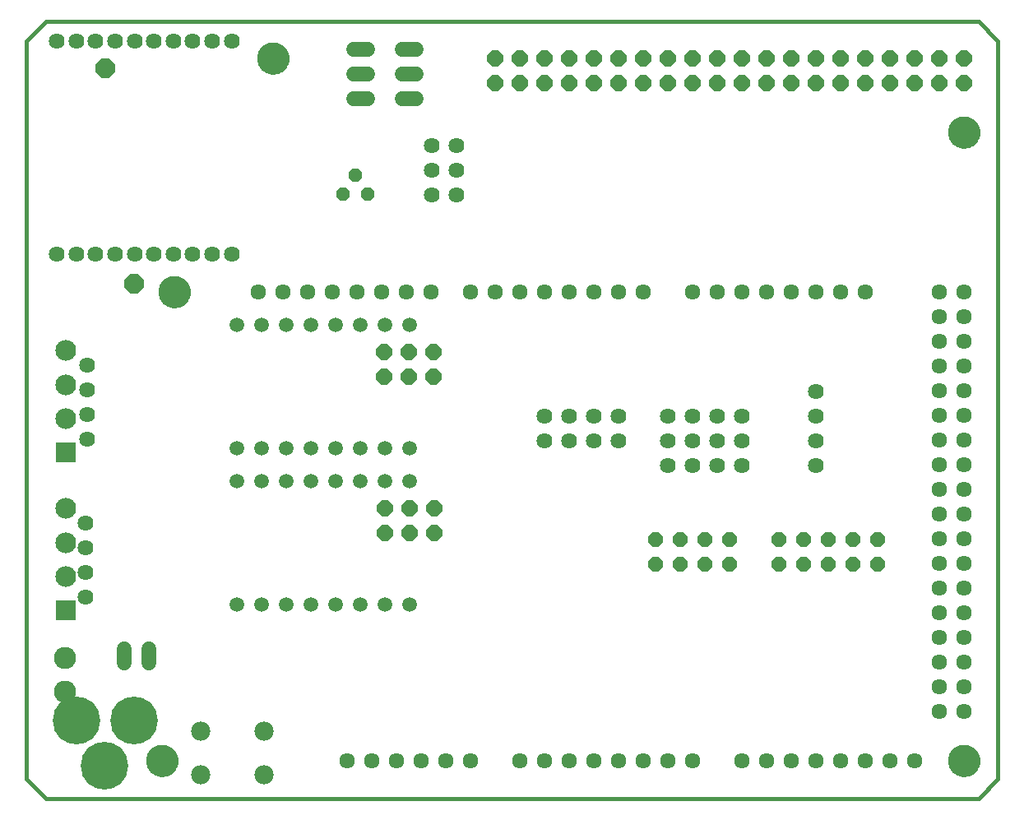
<source format=gbs>
G75*
G70*
%OFA0B0*%
%FSLAX24Y24*%
%IPPOS*%
%LPD*%
%AMOC8*
5,1,8,0,0,1.08239X$1,22.5*
%
%ADD10C,0.0160*%
%ADD11C,0.0000*%
%ADD12C,0.1300*%
%ADD13C,0.0640*%
%ADD14C,0.0634*%
%ADD15OC8,0.0640*%
%ADD16OC8,0.0600*%
%ADD17C,0.0594*%
%ADD18C,0.1930*%
%ADD19C,0.0600*%
%ADD20OC8,0.0560*%
%ADD21R,0.0840X0.0840*%
%ADD22C,0.0840*%
%ADD23C,0.0900*%
%ADD24C,0.0780*%
%ADD25OC8,0.0800*%
D10*
X001915Y001362D02*
X002702Y000574D01*
X040498Y000574D01*
X041285Y001362D01*
X041285Y031283D01*
X040498Y032071D01*
X002702Y032071D01*
X001915Y031283D01*
X001915Y001362D01*
D11*
X006785Y002106D02*
X006787Y002156D01*
X006793Y002206D01*
X006803Y002255D01*
X006817Y002303D01*
X006834Y002350D01*
X006855Y002395D01*
X006880Y002439D01*
X006908Y002480D01*
X006940Y002519D01*
X006974Y002556D01*
X007011Y002590D01*
X007051Y002620D01*
X007093Y002647D01*
X007137Y002671D01*
X007183Y002692D01*
X007230Y002708D01*
X007278Y002721D01*
X007328Y002730D01*
X007377Y002735D01*
X007428Y002736D01*
X007478Y002733D01*
X007527Y002726D01*
X007576Y002715D01*
X007624Y002700D01*
X007670Y002682D01*
X007715Y002660D01*
X007758Y002634D01*
X007799Y002605D01*
X007838Y002573D01*
X007874Y002538D01*
X007906Y002500D01*
X007936Y002460D01*
X007963Y002417D01*
X007986Y002373D01*
X008005Y002327D01*
X008021Y002279D01*
X008033Y002230D01*
X008041Y002181D01*
X008045Y002131D01*
X008045Y002081D01*
X008041Y002031D01*
X008033Y001982D01*
X008021Y001933D01*
X008005Y001885D01*
X007986Y001839D01*
X007963Y001795D01*
X007936Y001752D01*
X007906Y001712D01*
X007874Y001674D01*
X007838Y001639D01*
X007799Y001607D01*
X007758Y001578D01*
X007715Y001552D01*
X007670Y001530D01*
X007624Y001512D01*
X007576Y001497D01*
X007527Y001486D01*
X007478Y001479D01*
X007428Y001476D01*
X007377Y001477D01*
X007328Y001482D01*
X007278Y001491D01*
X007230Y001504D01*
X007183Y001520D01*
X007137Y001541D01*
X007093Y001565D01*
X007051Y001592D01*
X007011Y001622D01*
X006974Y001656D01*
X006940Y001693D01*
X006908Y001732D01*
X006880Y001773D01*
X006855Y001817D01*
X006834Y001862D01*
X006817Y001909D01*
X006803Y001957D01*
X006793Y002006D01*
X006787Y002056D01*
X006785Y002106D01*
X007285Y021106D02*
X007287Y021156D01*
X007293Y021206D01*
X007303Y021255D01*
X007317Y021303D01*
X007334Y021350D01*
X007355Y021395D01*
X007380Y021439D01*
X007408Y021480D01*
X007440Y021519D01*
X007474Y021556D01*
X007511Y021590D01*
X007551Y021620D01*
X007593Y021647D01*
X007637Y021671D01*
X007683Y021692D01*
X007730Y021708D01*
X007778Y021721D01*
X007828Y021730D01*
X007877Y021735D01*
X007928Y021736D01*
X007978Y021733D01*
X008027Y021726D01*
X008076Y021715D01*
X008124Y021700D01*
X008170Y021682D01*
X008215Y021660D01*
X008258Y021634D01*
X008299Y021605D01*
X008338Y021573D01*
X008374Y021538D01*
X008406Y021500D01*
X008436Y021460D01*
X008463Y021417D01*
X008486Y021373D01*
X008505Y021327D01*
X008521Y021279D01*
X008533Y021230D01*
X008541Y021181D01*
X008545Y021131D01*
X008545Y021081D01*
X008541Y021031D01*
X008533Y020982D01*
X008521Y020933D01*
X008505Y020885D01*
X008486Y020839D01*
X008463Y020795D01*
X008436Y020752D01*
X008406Y020712D01*
X008374Y020674D01*
X008338Y020639D01*
X008299Y020607D01*
X008258Y020578D01*
X008215Y020552D01*
X008170Y020530D01*
X008124Y020512D01*
X008076Y020497D01*
X008027Y020486D01*
X007978Y020479D01*
X007928Y020476D01*
X007877Y020477D01*
X007828Y020482D01*
X007778Y020491D01*
X007730Y020504D01*
X007683Y020520D01*
X007637Y020541D01*
X007593Y020565D01*
X007551Y020592D01*
X007511Y020622D01*
X007474Y020656D01*
X007440Y020693D01*
X007408Y020732D01*
X007380Y020773D01*
X007355Y020817D01*
X007334Y020862D01*
X007317Y020909D01*
X007303Y020957D01*
X007293Y021006D01*
X007287Y021056D01*
X007285Y021106D01*
X011285Y030574D02*
X011287Y030624D01*
X011293Y030674D01*
X011303Y030723D01*
X011317Y030771D01*
X011334Y030818D01*
X011355Y030863D01*
X011380Y030907D01*
X011408Y030948D01*
X011440Y030987D01*
X011474Y031024D01*
X011511Y031058D01*
X011551Y031088D01*
X011593Y031115D01*
X011637Y031139D01*
X011683Y031160D01*
X011730Y031176D01*
X011778Y031189D01*
X011828Y031198D01*
X011877Y031203D01*
X011928Y031204D01*
X011978Y031201D01*
X012027Y031194D01*
X012076Y031183D01*
X012124Y031168D01*
X012170Y031150D01*
X012215Y031128D01*
X012258Y031102D01*
X012299Y031073D01*
X012338Y031041D01*
X012374Y031006D01*
X012406Y030968D01*
X012436Y030928D01*
X012463Y030885D01*
X012486Y030841D01*
X012505Y030795D01*
X012521Y030747D01*
X012533Y030698D01*
X012541Y030649D01*
X012545Y030599D01*
X012545Y030549D01*
X012541Y030499D01*
X012533Y030450D01*
X012521Y030401D01*
X012505Y030353D01*
X012486Y030307D01*
X012463Y030263D01*
X012436Y030220D01*
X012406Y030180D01*
X012374Y030142D01*
X012338Y030107D01*
X012299Y030075D01*
X012258Y030046D01*
X012215Y030020D01*
X012170Y029998D01*
X012124Y029980D01*
X012076Y029965D01*
X012027Y029954D01*
X011978Y029947D01*
X011928Y029944D01*
X011877Y029945D01*
X011828Y029950D01*
X011778Y029959D01*
X011730Y029972D01*
X011683Y029988D01*
X011637Y030009D01*
X011593Y030033D01*
X011551Y030060D01*
X011511Y030090D01*
X011474Y030124D01*
X011440Y030161D01*
X011408Y030200D01*
X011380Y030241D01*
X011355Y030285D01*
X011334Y030330D01*
X011317Y030377D01*
X011303Y030425D01*
X011293Y030474D01*
X011287Y030524D01*
X011285Y030574D01*
X039285Y027574D02*
X039287Y027624D01*
X039293Y027674D01*
X039303Y027723D01*
X039317Y027771D01*
X039334Y027818D01*
X039355Y027863D01*
X039380Y027907D01*
X039408Y027948D01*
X039440Y027987D01*
X039474Y028024D01*
X039511Y028058D01*
X039551Y028088D01*
X039593Y028115D01*
X039637Y028139D01*
X039683Y028160D01*
X039730Y028176D01*
X039778Y028189D01*
X039828Y028198D01*
X039877Y028203D01*
X039928Y028204D01*
X039978Y028201D01*
X040027Y028194D01*
X040076Y028183D01*
X040124Y028168D01*
X040170Y028150D01*
X040215Y028128D01*
X040258Y028102D01*
X040299Y028073D01*
X040338Y028041D01*
X040374Y028006D01*
X040406Y027968D01*
X040436Y027928D01*
X040463Y027885D01*
X040486Y027841D01*
X040505Y027795D01*
X040521Y027747D01*
X040533Y027698D01*
X040541Y027649D01*
X040545Y027599D01*
X040545Y027549D01*
X040541Y027499D01*
X040533Y027450D01*
X040521Y027401D01*
X040505Y027353D01*
X040486Y027307D01*
X040463Y027263D01*
X040436Y027220D01*
X040406Y027180D01*
X040374Y027142D01*
X040338Y027107D01*
X040299Y027075D01*
X040258Y027046D01*
X040215Y027020D01*
X040170Y026998D01*
X040124Y026980D01*
X040076Y026965D01*
X040027Y026954D01*
X039978Y026947D01*
X039928Y026944D01*
X039877Y026945D01*
X039828Y026950D01*
X039778Y026959D01*
X039730Y026972D01*
X039683Y026988D01*
X039637Y027009D01*
X039593Y027033D01*
X039551Y027060D01*
X039511Y027090D01*
X039474Y027124D01*
X039440Y027161D01*
X039408Y027200D01*
X039380Y027241D01*
X039355Y027285D01*
X039334Y027330D01*
X039317Y027377D01*
X039303Y027425D01*
X039293Y027474D01*
X039287Y027524D01*
X039285Y027574D01*
X039285Y002106D02*
X039287Y002156D01*
X039293Y002206D01*
X039303Y002255D01*
X039317Y002303D01*
X039334Y002350D01*
X039355Y002395D01*
X039380Y002439D01*
X039408Y002480D01*
X039440Y002519D01*
X039474Y002556D01*
X039511Y002590D01*
X039551Y002620D01*
X039593Y002647D01*
X039637Y002671D01*
X039683Y002692D01*
X039730Y002708D01*
X039778Y002721D01*
X039828Y002730D01*
X039877Y002735D01*
X039928Y002736D01*
X039978Y002733D01*
X040027Y002726D01*
X040076Y002715D01*
X040124Y002700D01*
X040170Y002682D01*
X040215Y002660D01*
X040258Y002634D01*
X040299Y002605D01*
X040338Y002573D01*
X040374Y002538D01*
X040406Y002500D01*
X040436Y002460D01*
X040463Y002417D01*
X040486Y002373D01*
X040505Y002327D01*
X040521Y002279D01*
X040533Y002230D01*
X040541Y002181D01*
X040545Y002131D01*
X040545Y002081D01*
X040541Y002031D01*
X040533Y001982D01*
X040521Y001933D01*
X040505Y001885D01*
X040486Y001839D01*
X040463Y001795D01*
X040436Y001752D01*
X040406Y001712D01*
X040374Y001674D01*
X040338Y001639D01*
X040299Y001607D01*
X040258Y001578D01*
X040215Y001552D01*
X040170Y001530D01*
X040124Y001512D01*
X040076Y001497D01*
X040027Y001486D01*
X039978Y001479D01*
X039928Y001476D01*
X039877Y001477D01*
X039828Y001482D01*
X039778Y001491D01*
X039730Y001504D01*
X039683Y001520D01*
X039637Y001541D01*
X039593Y001565D01*
X039551Y001592D01*
X039511Y001622D01*
X039474Y001656D01*
X039440Y001693D01*
X039408Y001732D01*
X039380Y001773D01*
X039355Y001817D01*
X039334Y001862D01*
X039317Y001909D01*
X039303Y001957D01*
X039293Y002006D01*
X039287Y002056D01*
X039285Y002106D01*
D12*
X039915Y002106D03*
X007915Y021106D03*
X011915Y030574D03*
X039915Y027574D03*
X007415Y002106D03*
D13*
X004315Y008743D03*
X004315Y009743D03*
X004315Y010743D03*
X004315Y011743D03*
X004365Y015140D03*
X004365Y016140D03*
X004365Y017140D03*
X004365Y018140D03*
X004722Y022622D03*
X003935Y022622D03*
X003147Y022622D03*
X005509Y022622D03*
X006297Y022622D03*
X007084Y022622D03*
X007872Y022622D03*
X008659Y022622D03*
X009446Y022622D03*
X010234Y022622D03*
X018331Y025021D03*
X019331Y025021D03*
X019331Y026021D03*
X018331Y026021D03*
X018331Y027021D03*
X019331Y027021D03*
X010234Y031283D03*
X009446Y031283D03*
X008659Y031283D03*
X007872Y031283D03*
X007084Y031283D03*
X006297Y031283D03*
X005509Y031283D03*
X004722Y031283D03*
X003935Y031283D03*
X003147Y031283D03*
X022915Y016074D03*
X023915Y016074D03*
X023915Y015074D03*
X022915Y015074D03*
X024915Y015074D03*
X025915Y015074D03*
X025915Y016074D03*
X024915Y016074D03*
X027915Y016074D03*
X028915Y016074D03*
X028915Y015074D03*
X027915Y015074D03*
X027915Y014074D03*
X028915Y014074D03*
X029915Y014074D03*
X030915Y014074D03*
X030915Y015074D03*
X029915Y015074D03*
X029915Y016074D03*
X030915Y016074D03*
X033915Y016074D03*
X033915Y015074D03*
X033915Y014074D03*
X033915Y017074D03*
D14*
X033915Y021106D03*
X034915Y021106D03*
X035915Y021106D03*
X038915Y021106D03*
X039915Y021106D03*
X039915Y020106D03*
X038915Y020106D03*
X038915Y019106D03*
X039915Y019106D03*
X039915Y018106D03*
X038915Y018106D03*
X038915Y017106D03*
X039915Y017106D03*
X039915Y016106D03*
X038915Y016106D03*
X038915Y015106D03*
X039915Y015106D03*
X039915Y014106D03*
X038915Y014106D03*
X038915Y013106D03*
X039915Y013106D03*
X039915Y012106D03*
X038915Y012106D03*
X038915Y011106D03*
X039915Y011106D03*
X039915Y010106D03*
X038915Y010106D03*
X038915Y009106D03*
X039915Y009106D03*
X039915Y008106D03*
X038915Y008106D03*
X038915Y007106D03*
X039915Y007106D03*
X039915Y006106D03*
X038915Y006106D03*
X038915Y005106D03*
X039915Y005106D03*
X039915Y004106D03*
X038915Y004106D03*
X037915Y002106D03*
X036915Y002106D03*
X035915Y002106D03*
X034915Y002106D03*
X033915Y002106D03*
X032915Y002106D03*
X031915Y002106D03*
X030915Y002106D03*
X028915Y002106D03*
X027915Y002106D03*
X026915Y002106D03*
X025915Y002106D03*
X024915Y002106D03*
X023915Y002106D03*
X022915Y002106D03*
X021915Y002106D03*
X019915Y002106D03*
X018915Y002106D03*
X017915Y002106D03*
X016915Y002106D03*
X015915Y002106D03*
X014915Y002106D03*
X015315Y021106D03*
X016315Y021106D03*
X017315Y021106D03*
X018315Y021106D03*
X019915Y021106D03*
X020915Y021106D03*
X021915Y021106D03*
X022915Y021106D03*
X023915Y021106D03*
X024915Y021106D03*
X025915Y021106D03*
X026915Y021106D03*
X028915Y021106D03*
X029915Y021106D03*
X030915Y021106D03*
X031915Y021106D03*
X032915Y021106D03*
X014315Y021106D03*
X013315Y021106D03*
X012315Y021106D03*
X011315Y021106D03*
D15*
X016411Y018665D03*
X017411Y018665D03*
X018411Y018665D03*
X018411Y017665D03*
X017411Y017665D03*
X016411Y017665D03*
X016431Y012346D03*
X017431Y012346D03*
X018431Y012346D03*
X018431Y011346D03*
X017431Y011346D03*
X016431Y011346D03*
X020915Y029574D03*
X021915Y029574D03*
X022915Y029574D03*
X023915Y029574D03*
X024915Y029574D03*
X025915Y029574D03*
X026915Y029574D03*
X027915Y029574D03*
X028915Y029574D03*
X029915Y029574D03*
X030915Y029574D03*
X031915Y029574D03*
X032915Y029574D03*
X033915Y029574D03*
X034915Y029574D03*
X035915Y029574D03*
X036915Y029574D03*
X037915Y029574D03*
X038915Y029574D03*
X039915Y029574D03*
X039915Y030574D03*
X038915Y030574D03*
X037915Y030574D03*
X036915Y030574D03*
X035915Y030574D03*
X034915Y030574D03*
X033915Y030574D03*
X032915Y030574D03*
X031915Y030574D03*
X030915Y030574D03*
X029915Y030574D03*
X028915Y030574D03*
X027915Y030574D03*
X026915Y030574D03*
X025915Y030574D03*
X024915Y030574D03*
X023915Y030574D03*
X022915Y030574D03*
X021915Y030574D03*
X020915Y030574D03*
D16*
X027415Y011074D03*
X028415Y011074D03*
X029415Y011074D03*
X029415Y010074D03*
X028415Y010074D03*
X027415Y010074D03*
X030415Y010074D03*
X030415Y011074D03*
X032415Y011074D03*
X033415Y011074D03*
X034415Y011074D03*
X034415Y010074D03*
X033415Y010074D03*
X032415Y010074D03*
X035415Y010074D03*
X036415Y010074D03*
X036415Y011074D03*
X035415Y011074D03*
D17*
X017462Y013452D03*
X016462Y013452D03*
X015462Y013452D03*
X014462Y013452D03*
X013462Y013452D03*
X012462Y013452D03*
X011462Y013452D03*
X010462Y013452D03*
X010443Y014771D03*
X011443Y014771D03*
X012443Y014771D03*
X013443Y014771D03*
X014443Y014771D03*
X015443Y014771D03*
X016443Y014771D03*
X017443Y014771D03*
X017443Y019771D03*
X016443Y019771D03*
X015443Y019771D03*
X014443Y019771D03*
X013443Y019771D03*
X012443Y019771D03*
X011443Y019771D03*
X010443Y019771D03*
X010462Y008452D03*
X011462Y008452D03*
X012462Y008452D03*
X013462Y008452D03*
X014462Y008452D03*
X015462Y008452D03*
X016462Y008452D03*
X017462Y008452D03*
D18*
X006269Y003752D03*
X003946Y003752D03*
X005088Y001901D03*
D19*
X005886Y006084D02*
X005886Y006644D01*
X006886Y006644D02*
X006886Y006084D01*
X015172Y028952D02*
X015732Y028952D01*
X015732Y029952D02*
X015172Y029952D01*
X015172Y030952D02*
X015732Y030952D01*
X017157Y030952D02*
X017717Y030952D01*
X017717Y029952D02*
X017157Y029952D01*
X017157Y028952D02*
X017717Y028952D01*
D20*
X015230Y025824D03*
X015730Y025074D03*
X014730Y025074D03*
D21*
X003515Y014590D03*
X003515Y008197D03*
D22*
X003515Y009574D03*
X003515Y010952D03*
X003515Y012330D03*
X003515Y015968D03*
X003515Y017346D03*
X003515Y018724D03*
D23*
X003484Y006283D03*
X003484Y004905D03*
D24*
X008985Y003314D03*
X008985Y001534D03*
X011545Y001534D03*
X011545Y003314D03*
D25*
X006265Y021424D03*
X005115Y030174D03*
M02*

</source>
